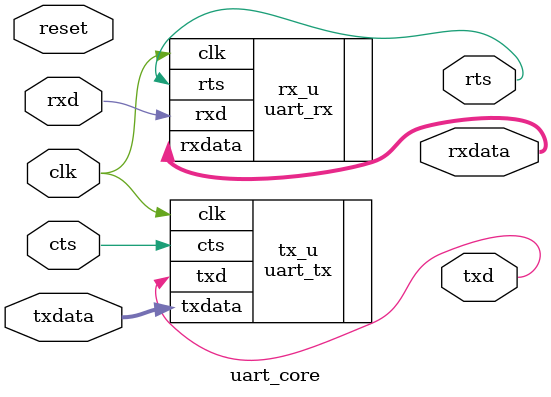
<source format=v>
module uart_core
    #(
        parameter BIT_CLK = 87
    )
    (
        input        clk,
        inout        reset,
        input        cts, // from rts
        input [7:0]  txdata, // from host 
        input        rxd, // from txd

        output       rts, // to cts
        output       txd, // to rxd
        output [7:0] rxdata // to host

    );
    uart_tx #(.BIT_CLK(BIT_CLK)) tx_u
    (
        .clk   (clk),
        .cts   (cts),
        .txdata(txdata),
        .txd   (txd)
    );

    uart_rx #(.BIT_CLK(BIT_CLK)) rx_u
    (
        .clk   (clk),
        .rts   (rts),
        .rxdata(rxdata),
        .rxd   (rxd)
    );
endmodule

</source>
